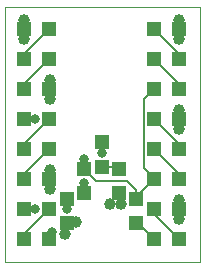
<source format=gtl>
G75*
%MOIN*%
%OFA0B0*%
%FSLAX24Y24*%
%IPPOS*%
%LPD*%
%AMOC8*
5,1,8,0,0,1.08239X$1,22.5*
%
%ADD10C,0.0000*%
%ADD11R,0.0472X0.0472*%
%ADD12C,0.0397*%
%ADD13C,0.0060*%
%ADD14C,0.0317*%
D10*
X002517Y002517D02*
X002517Y011017D01*
X009017Y011017D01*
X009017Y002517D01*
X002517Y002517D01*
D11*
X003166Y003267D03*
X003993Y003267D03*
X004579Y003791D03*
X003993Y004267D03*
X004579Y004618D03*
X005142Y004791D03*
X005142Y005618D03*
X005767Y005666D03*
X006329Y005618D03*
X006329Y004791D03*
X006892Y004618D03*
X007478Y004267D03*
X006892Y003791D03*
X007478Y003267D03*
X008305Y003267D03*
X008305Y004267D03*
X008305Y005267D03*
X007478Y005267D03*
X007478Y006267D03*
X008305Y006267D03*
X008305Y007267D03*
X007478Y007267D03*
X007478Y008267D03*
X008305Y008267D03*
X008305Y009267D03*
X007478Y009267D03*
X007478Y010267D03*
X008305Y010267D03*
X005767Y006493D03*
X003993Y006267D03*
X003166Y006267D03*
X003166Y007267D03*
X003993Y007267D03*
X003993Y008267D03*
X003166Y008267D03*
X003166Y009267D03*
X003993Y009267D03*
X003993Y010267D03*
X003166Y010267D03*
X003166Y005267D03*
X003993Y005267D03*
X003166Y004267D03*
D12*
X004017Y004954D03*
X004017Y005579D03*
X004892Y003829D03*
X004517Y003454D03*
X006017Y004454D03*
X006392Y004454D03*
X008329Y004579D03*
X008329Y003954D03*
X008329Y006954D03*
X008329Y007579D03*
X008329Y009954D03*
X008329Y010579D03*
X004017Y008579D03*
X004017Y007954D03*
X003142Y009954D03*
X003142Y010579D03*
D13*
X003166Y010555D01*
X003166Y010267D01*
X003166Y009978D01*
X003142Y009954D01*
X003166Y009440D02*
X003993Y010267D01*
X003166Y009440D02*
X003166Y009267D01*
X003166Y008440D02*
X003993Y009267D01*
X004017Y008579D02*
X003993Y008555D01*
X003993Y008267D01*
X003993Y007978D01*
X004017Y007954D01*
X003993Y007267D02*
X003166Y006440D01*
X003166Y006267D01*
X003166Y005440D02*
X003993Y006267D01*
X004017Y005579D02*
X003993Y005555D01*
X003993Y005267D01*
X003993Y004978D01*
X004017Y004954D01*
X004579Y004642D02*
X004579Y004618D01*
X004579Y004267D01*
X004618Y003829D02*
X004579Y003791D01*
X004517Y003728D01*
X004517Y003454D01*
X004618Y003829D02*
X004892Y003829D01*
X004079Y003517D02*
X004079Y003353D01*
X003993Y003267D01*
X004017Y003267D01*
X003166Y003267D02*
X003166Y003440D01*
X003993Y004267D01*
X003517Y004267D02*
X003166Y004267D01*
X003142Y004267D01*
X003166Y005267D02*
X003166Y005440D01*
X003166Y007267D02*
X003517Y007267D01*
X003166Y008267D02*
X003166Y008440D01*
X005142Y005954D02*
X005142Y005618D01*
X005555Y005204D01*
X006579Y005204D01*
X006892Y004892D01*
X006892Y004618D01*
X006892Y004680D01*
X007478Y005267D01*
X007478Y005305D01*
X007142Y005642D01*
X007142Y007930D01*
X007478Y008267D01*
X008305Y008267D02*
X008305Y008440D01*
X007478Y009267D01*
X008305Y009267D02*
X008305Y009440D01*
X007478Y010267D01*
X008305Y010267D02*
X008305Y009978D01*
X008329Y009954D01*
X008305Y010267D02*
X008305Y010555D01*
X008329Y010579D01*
X008329Y007579D02*
X008305Y007555D01*
X008305Y007267D01*
X008305Y006978D01*
X008329Y006954D01*
X008305Y006440D02*
X007478Y007267D01*
X007478Y006267D02*
X008305Y005440D01*
X008305Y005267D01*
X008329Y004579D02*
X008305Y004555D01*
X008305Y004267D01*
X008305Y003978D01*
X008329Y003954D01*
X008305Y003267D02*
X007478Y004093D01*
X007478Y004267D01*
X006954Y003791D02*
X007478Y003267D01*
X006954Y003791D02*
X006892Y003791D01*
X006392Y004454D02*
X006017Y004454D01*
X006329Y004517D02*
X006329Y004791D01*
X006329Y004517D02*
X006392Y004454D01*
X006329Y005618D02*
X006281Y005666D01*
X005767Y005666D01*
X005767Y006142D02*
X005767Y006493D01*
X005142Y005142D02*
X005142Y004791D01*
X008305Y006267D02*
X008305Y006440D01*
D14*
X005767Y006142D03*
X005142Y005954D03*
X005142Y005142D03*
X004579Y004267D03*
X004079Y003517D03*
X003517Y004267D03*
X003517Y007267D03*
M02*

</source>
